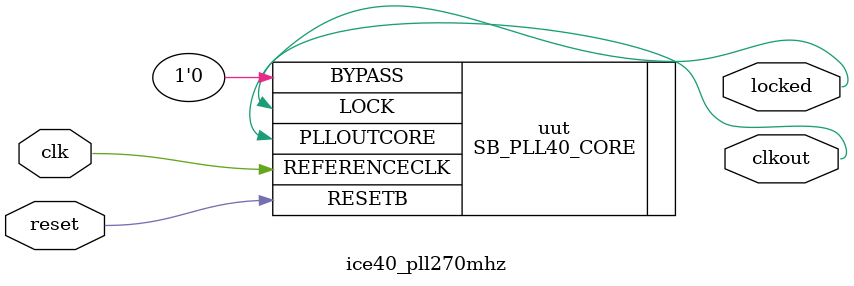
<source format=v>
`define ICE40_PLL_TEMPLATE(name, divr, divf, divq, frange) \
  module name( input wire clk                              \
             , input wire reset                            \
             , output wire clkout                          \
             , output wire locked                          \
             );                                            \
    SB_PLL40_CORE #(                                       \
                    .FEEDBACK_PATH("SIMPLE"),              \
                    .PLLOUT_SELECT("GENCLK"),              \
                    .DIVR(divr),                           \
                    .DIVF(divf),                           \
                    .DIVQ(divq),                           \
                    .FILTER_RANGE(frange)                  \
                    ) uut (                                \
                           .LOCK(locked),                  \
                           .RESETB(reset),                 \
                           .BYPASS(1'b0),                  \
                           .REFERENCECLK(clk),             \
                           .PLLOUTCORE(clkout)             \
                           );                              \
      endmodule

// you can generate a number of macro instantiations for different clock
// frequencies, via icepll in icestorm, with this godawful one-liner:

// export FREQS="16 50 60 100 120 200 270"
// for x in $FREQS; do echo -n \`ICE40_PLL_TEMPLATE\(; echo -n ice40_pll$x; echo -n "mhz, "; icepll -o $x | egrep '(DIV[RFQ]|FILTER_RANGE)' | awk '{print $3}' | cut -c 2- | rev | cut -c 2- | rev | tr '\n' ',' | rev | cut -c 2- | rev | tr '\n' ')'; echo; done

`ICE40_PLL_TEMPLATE(ice40_pll16mhz, 4'b0000,7'b1010100,3'b110,3'b001)
`ICE40_PLL_TEMPLATE(ice40_pll50mhz, 4'b0000,7'b1000010,3'b100,3'b001)
`ICE40_PLL_TEMPLATE(ice40_pll60mhz, 4'b0000,7'b1001111,3'b100,3'b001)
`ICE40_PLL_TEMPLATE(ice40_pll100mhz, 4'b0000,7'b1000010,3'b011,3'b001)
`ICE40_PLL_TEMPLATE(ice40_pll120mhz, 4'b0000,7'b1001111,3'b011,3'b001)
`ICE40_PLL_TEMPLATE(ice40_pll200mhz, 4'b0000,7'b1000010,3'b010,3'b001)
`ICE40_PLL_TEMPLATE(ice40_pll270mhz, 4'b0000,7'b0101100,3'b001,3'b001)

</source>
